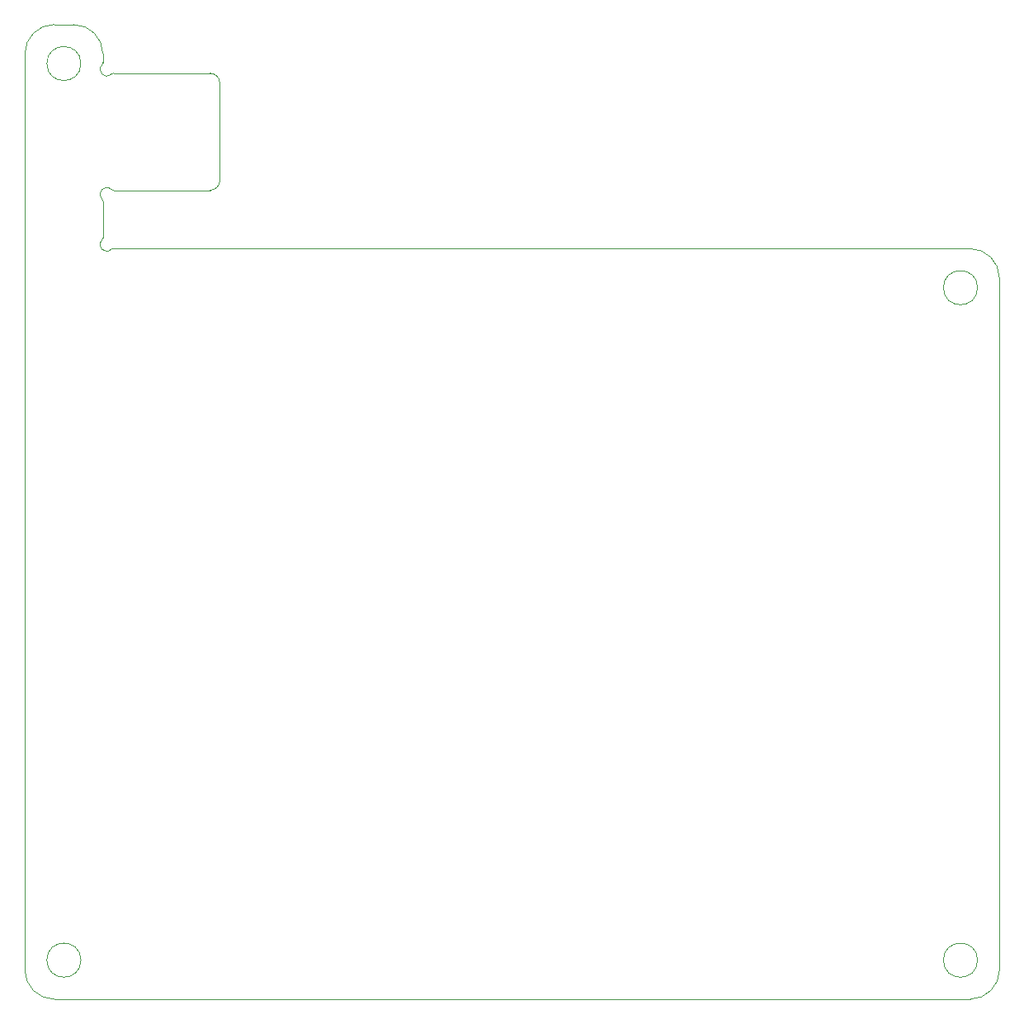
<source format=gm1>
G04 #@! TF.GenerationSoftware,KiCad,Pcbnew,6.0.11-2627ca5db0~126~ubuntu22.04.1*
G04 #@! TF.CreationDate,2023-05-26T00:57:04+02:00*
G04 #@! TF.ProjectId,ELKS,454c4b53-2e6b-4696-9361-645f70636258,rev?*
G04 #@! TF.SameCoordinates,Original*
G04 #@! TF.FileFunction,Profile,NP*
%FSLAX46Y46*%
G04 Gerber Fmt 4.6, Leading zero omitted, Abs format (unit mm)*
G04 Created by KiCad (PCBNEW 6.0.11-2627ca5db0~126~ubuntu22.04.1) date 2023-05-26 00:57:04*
%MOMM*%
%LPD*%
G01*
G04 APERTURE LIST*
G04 #@! TA.AperFunction,Profile*
%ADD10C,0.100000*%
G04 #@! TD*
G04 APERTURE END LIST*
D10*
X107568961Y-46239978D02*
G75*
G03*
X108510000Y-47190000I473739J-471822D01*
G01*
X108509993Y-59010007D02*
G75*
G03*
X108750000Y-59100000I226307J238507D01*
G01*
X107568961Y-64219978D02*
G75*
G03*
X108510000Y-65170000I473739J-471822D01*
G01*
X197400000Y-138100000D02*
G75*
G03*
X197400000Y-138100000I-1750000J0D01*
G01*
X108509978Y-59010022D02*
G75*
G03*
X107568983Y-59960000I-467278J-478178D01*
G01*
X107650000Y-63980000D02*
X107650000Y-60200000D01*
X119650000Y-48100000D02*
G75*
G03*
X118650000Y-47100000I-1000000J0D01*
G01*
X108750000Y-65080010D02*
G75*
G03*
X108510000Y-65170000I-13700J-328490D01*
G01*
X107569009Y-64220022D02*
G75*
G03*
X107650000Y-63980000I-270709J225022D01*
G01*
X118649999Y-59099999D02*
G75*
G03*
X119649999Y-58099999I1J999999D01*
G01*
X196650000Y-65100000D02*
X108750000Y-65080000D01*
X105400000Y-138100000D02*
G75*
G03*
X105400000Y-138100000I-1750000J0D01*
G01*
X107650000Y-45090000D02*
X107650000Y-46000000D01*
X105400000Y-46100000D02*
G75*
G03*
X105400000Y-46100000I-1750000J0D01*
G01*
X102650000Y-142100000D02*
X196650000Y-142100000D01*
X107649968Y-60199999D02*
G75*
G03*
X107568983Y-59960000I-351068J15199D01*
G01*
X104650000Y-42099999D02*
X102650000Y-42100000D01*
X199650000Y-139100000D02*
X199650000Y-68100000D01*
X119649999Y-58099999D02*
X119650000Y-48100000D01*
X118650000Y-47100000D02*
X108750000Y-47100000D01*
X199650000Y-68100000D02*
G75*
G03*
X196650000Y-65100000I-3000000J0D01*
G01*
X99650000Y-45100000D02*
X99650000Y-139100000D01*
X108750000Y-59100000D02*
X118649999Y-59099999D01*
X107649984Y-45090000D02*
G75*
G03*
X104650000Y-42099999I-2999984J-10000D01*
G01*
X99650000Y-139100000D02*
G75*
G03*
X102650000Y-142100000I3000000J0D01*
G01*
X107568956Y-46239977D02*
G75*
G03*
X107650000Y-46000000I-270356J224977D01*
G01*
X197400000Y-69100000D02*
G75*
G03*
X197400000Y-69100000I-1750000J0D01*
G01*
X102650000Y-42100000D02*
G75*
G03*
X99650000Y-45100000I0J-3000000D01*
G01*
X108749999Y-47100027D02*
G75*
G03*
X108510000Y-47190000I-13799J-328273D01*
G01*
X196650000Y-142100000D02*
G75*
G03*
X199650000Y-139100000I0J3000000D01*
G01*
M02*

</source>
